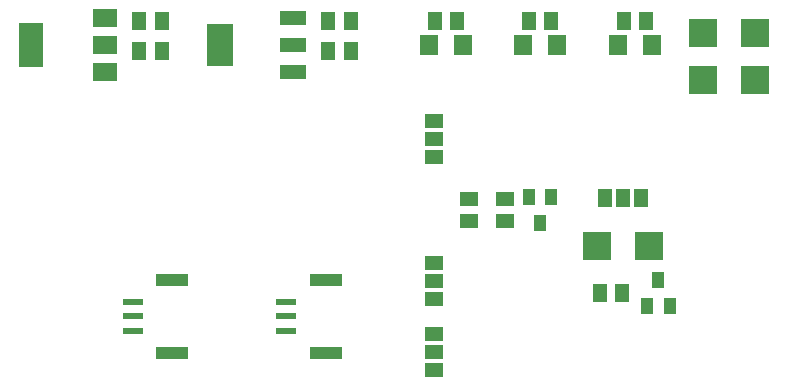
<source format=gbr>
G04 EAGLE Gerber RS-274X export*
G75*
%MOMM*%
%FSLAX34Y34*%
%LPD*%
%INSolderpaste Top*%
%IPPOS*%
%AMOC8*
5,1,8,0,0,1.08239X$1,22.5*%
G01*
%ADD10R,1.000000X1.400000*%
%ADD11R,1.500000X1.300000*%
%ADD12R,2.235200X1.219200*%
%ADD13R,2.200000X3.600000*%
%ADD14R,1.300000X1.500000*%
%ADD15R,2.400000X2.400000*%
%ADD16R,1.700000X0.600000*%
%ADD17R,2.800000X1.000000*%
%ADD18R,1.600000X1.803000*%
%ADD19R,2.006600X1.498600*%
%ADD20R,2.006600X3.810000*%
%ADD21R,1.168400X1.600200*%
%ADD22R,1.600200X1.168400*%


D10*
X460000Y139000D03*
X450500Y161000D03*
X469500Y161000D03*
D11*
X400000Y159500D03*
X400000Y140500D03*
D12*
X250988Y266886D03*
X250988Y290000D03*
X250988Y313114D03*
D13*
X189010Y290000D03*
D14*
X280500Y285000D03*
X299500Y285000D03*
X280500Y310000D03*
X299500Y310000D03*
D10*
X560000Y91000D03*
X569500Y69000D03*
X550500Y69000D03*
D14*
X529500Y80000D03*
X510500Y80000D03*
D15*
X598000Y300000D03*
X642000Y300000D03*
D16*
X245000Y47500D03*
X245000Y60000D03*
D17*
X278500Y91000D03*
X278500Y29000D03*
D16*
X245000Y72500D03*
D18*
X554220Y290000D03*
X525780Y290000D03*
D15*
X598000Y260000D03*
X642000Y260000D03*
D16*
X115000Y47500D03*
X115000Y60000D03*
D17*
X148500Y91000D03*
X148500Y29000D03*
D16*
X115000Y72500D03*
D15*
X508000Y120000D03*
X552000Y120000D03*
D11*
X430000Y159500D03*
X430000Y140500D03*
D19*
X91496Y267394D03*
X91496Y290254D03*
X91496Y313114D03*
D20*
X28504Y290000D03*
D14*
X120500Y310000D03*
X139500Y310000D03*
X120500Y285000D03*
X139500Y285000D03*
D21*
X514760Y160000D03*
X530000Y160000D03*
X545240Y160000D03*
D22*
X370000Y14760D03*
X370000Y30000D03*
X370000Y45240D03*
X370000Y74760D03*
X370000Y90000D03*
X370000Y105240D03*
X370000Y194760D03*
X370000Y210000D03*
X370000Y225240D03*
D14*
X549500Y310000D03*
X530500Y310000D03*
D18*
X474220Y290000D03*
X445780Y290000D03*
D14*
X469500Y310000D03*
X450500Y310000D03*
D18*
X394220Y290000D03*
X365780Y290000D03*
D14*
X389500Y310000D03*
X370500Y310000D03*
M02*

</source>
